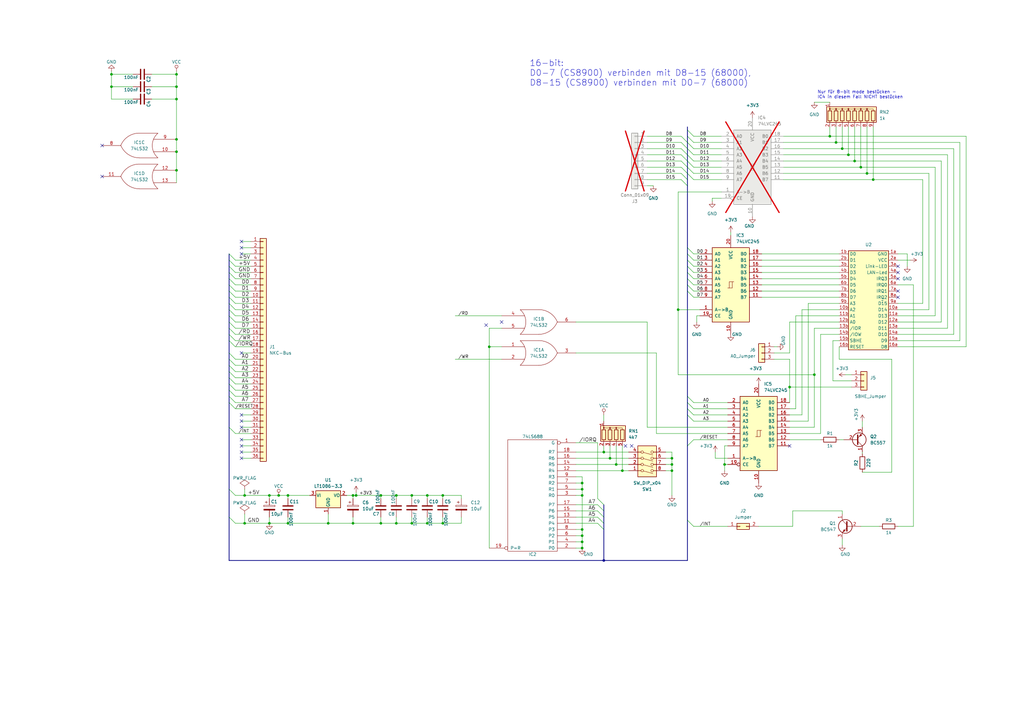
<source format=kicad_sch>
(kicad_sch (version 20230121) (generator eeschema)
  (paper "A3")
  (title_block (title "NKC Ethernet") (date "11.11.2023") (rev "1.1") (company "Andreas Voggeneder") (comment 1 "Ethernetkarte für Olimex CS8900 Modul"))
  (lib_symbols
    (symbol "74xx:74HC245" (pin_names (offset 1.016))
      (property "Reference" "U" (at -7.62 16.51 0))
      (property "Value" "74HC245" (at -7.62 -16.51 0))
      (symbol "74HC245_1_0"
        (pin input line (at -12.7 -10.16 0) (length 5.08) (name "A->B") (number "1"))
        (pin power_in line (at 0 -20.32 90) (length 5.08) (name "GND") (number "10"))
        (pin tri_state line (at 12.7 -5.08 180) (length 5.08) (name "B7") (number "11"))
        (pin tri_state line (at 12.7 -2.54 180) (length 5.08) (name "B6") (number "12"))
        (pin tri_state line (at 12.7 0 180) (length 5.08) (name "B5") (number "13"))
        (pin tri_state line (at 12.7 2.54 180) (length 5.08) (name "B4") (number "14"))
        (pin tri_state line (at 12.7 5.08 180) (length 5.08) (name "B3") (number "15"))
        (pin tri_state line (at 12.7 7.62 180) (length 5.08) (name "B2") (number "16"))
        (pin tri_state line (at 12.7 10.16 180) (length 5.08) (name "B1") (number "17"))
        (pin tri_state line (at 12.7 12.7 180) (length 5.08) (name "B0") (number "18"))
        (pin input inverted (at -12.7 -12.7 0) (length 5.08) (name "CE") (number "19"))
        (pin tri_state line (at -12.7 12.7 0) (length 5.08) (name "A0") (number "2"))
        (pin power_in line (at 0 20.32 270) (length 5.08) (name "VCC") (number "20"))
        (pin tri_state line (at -12.7 10.16 0) (length 5.08) (name "A1") (number "3"))
        (pin tri_state line (at -12.7 7.62 0) (length 5.08) (name "A2") (number "4"))
        (pin tri_state line (at -12.7 5.08 0) (length 5.08) (name "A3") (number "5"))
        (pin tri_state line (at -12.7 2.54 0) (length 5.08) (name "A4") (number "6"))
        (pin tri_state line (at -12.7 0 0) (length 5.08) (name "A5") (number "7"))
        (pin tri_state line (at -12.7 -2.54 0) (length 5.08) (name "A6") (number "8"))
        (pin tri_state line (at -12.7 -5.08 0) (length 5.08) (name "A7") (number "9"))
      )
    )
    (symbol "74xx:74LS245" (pin_names (offset 1.016))
      (property "Reference" "U" (at -7.62 16.51 0))
      (property "Value" "74LS245" (at -7.62 -16.51 0))
      (symbol "74LS245_1_0"
        (pin input line (at -12.7 -10.16 0) (length 5.08) (name "A->B") (number "1"))
        (pin power_in line (at 0 -20.32 90) (length 5.08) (name "GND") (number "10"))
        (pin tri_state line (at 12.7 -5.08 180) (length 5.08) (name "B7") (number "11"))
        (pin tri_state line (at 12.7 -2.54 180) (length 5.08) (name "B6") (number "12"))
        (pin tri_state line (at 12.7 0 180) (length 5.08) (name "B5") (number "13"))
        (pin tri_state line (at 12.7 2.54 180) (length 5.08) (name "B4") (number "14"))
        (pin tri_state line (at 12.7 5.08 180) (length 5.08) (name "B3") (number "15"))
        (pin tri_state line (at 12.7 7.62 180) (length 5.08) (name "B2") (number "16"))
        (pin tri_state line (at 12.7 10.16 180) (length 5.08) (name "B1") (number "17"))
        (pin tri_state line (at 12.7 12.7 180) (length 5.08) (name "B0") (number "18"))
        (pin input inverted (at -12.7 -12.7 0) (length 5.08) (name "CE") (number "19"))
        (pin tri_state line (at -12.7 12.7 0) (length 5.08) (name "A0") (number "2"))
        (pin power_in line (at 0 20.32 270) (length 5.08) (name "VCC") (number "20"))
        (pin tri_state line (at -12.7 10.16 0) (length 5.08) (name "A1") (number "3"))
        (pin tri_state line (at -12.7 7.62 0) (length 5.08) (name "A2") (number "4"))
        (pin tri_state line (at -12.7 5.08 0) (length 5.08) (name "A3") (number "5"))
        (pin tri_state line (at -12.7 2.54 0) (length 5.08) (name "A4") (number "6"))
        (pin tri_state line (at -12.7 0 0) (length 5.08) (name "A5") (number "7"))
        (pin tri_state line (at -12.7 -2.54 0) (length 5.08) (name "A6") (number "8"))
        (pin tri_state line (at -12.7 -5.08 0) (length 5.08) (name "A7") (number "9"))
      )
    )
    (symbol "Connector_Generic:Conn_01x03" (pin_names (offset 1.016) hide)
      (property "Reference" "J" (at 0 5.08 0))
      (property "Value" "Conn_01x03" (at 0 -5.08 0))
      (symbol "Conn_01x03_1_1"
        (pin passive line (at -5.08 2.54 0) (length 3.81) (name "Pin_1") (number "1"))
        (pin passive line (at -5.08 0 0) (length 3.81) (name "Pin_2") (number "2"))
        (pin passive line (at -5.08 -2.54 0) (length 3.81) (name "Pin_3") (number "3"))
      )
    )
    (symbol "Connector_Generic:Conn_01x09" (pin_names (offset 1.016) hide)
      (property "Reference" "J" (at 0 12.7 0))
      (property "Value" "Conn_01x09" (at 0 -12.7 0))
      (symbol "Conn_01x09_1_1"
        (pin passive line (at -5.08 10.16 0) (length 3.81) (name "Pin_1") (number "1"))
        (pin passive line (at -5.08 7.62 0) (length 3.81) (name "Pin_2") (number "2"))
        (pin passive line (at -5.08 5.08 0) (length 3.81) (name "Pin_3") (number "3"))
        (pin passive line (at -5.08 2.54 0) (length 3.81) (name "Pin_4") (number "4"))
        (pin passive line (at -5.08 0 0) (length 3.81) (name "Pin_5") (number "5"))
        (pin passive line (at -5.08 -2.54 0) (length 3.81) (name "Pin_6") (number "6"))
        (pin passive line (at -5.08 -5.08 0) (length 3.81) (name "Pin_7") (number "7"))
        (pin passive line (at -5.08 -7.62 0) (length 3.81) (name "Pin_8") (number "8"))
        (pin passive line (at -5.08 -10.16 0) (length 3.81) (name "Pin_9") (number "9"))
      )
    )
    (symbol "Connector_Generic:Conn_01x36" (pin_names (offset 1.016) hide)
      (property "Reference" "J" (at 0 45.72 0))
      (property "Value" "Conn_01x36" (at 0 -48.26 0))
      (symbol "Conn_01x36_1_1"
        (pin passive line (at -5.08 43.18 0) (length 3.81) (name "Pin_1") (number "1"))
        (pin passive line (at -5.08 20.32 0) (length 3.81) (name "Pin_10") (number "10"))
        (pin passive line (at -5.08 17.78 0) (length 3.81) (name "Pin_11") (number "11"))
        (pin passive line (at -5.08 15.24 0) (length 3.81) (name "Pin_12") (number "12"))
        (pin passive line (at -5.08 12.7 0) (length 3.81) (name "Pin_13") (number "13"))
        (pin passive line (at -5.08 10.16 0) (length 3.81) (name "Pin_14") (number "14"))
        (pin passive line (at -5.08 7.62 0) (length 3.81) (name "Pin_15") (number "15"))
        (pin passive line (at -5.08 5.08 0) (length 3.81) (name "Pin_16") (number "16"))
        (pin passive line (at -5.08 2.54 0) (length 3.81) (name "Pin_17") (number "17"))
        (pin passive line (at -5.08 0 0) (length 3.81) (name "Pin_18") (number "18"))
        (pin passive line (at -5.08 -2.54 0) (length 3.81) (name "Pin_19") (number "19"))
        (pin passive line (at -5.08 40.64 0) (length 3.81) (name "Pin_2") (number "2"))
        (pin passive line (at -5.08 -5.08 0) (length 3.81) (name "Pin_20") (number "20"))
        (pin passive line (at -5.08 -7.62 0) (length 3.81) (name "Pin_21") (number "21"))
        (pin passive line (at -5.08 -10.16 0) (length 3.81) (name "Pin_22") (number "22"))
        (pin passive line (at -5.08 -12.7 0) (length 3.81) (name "Pin_23") (number "23"))
        (pin passive line (at -5.08 -15.24 0) (length 3.81) (name "Pin_24") (number "24"))
        (pin passive line (at -5.08 -17.78 0) (length 3.81) (name "Pin_25") (number "25"))
        (pin passive line (at -5.08 -20.32 0) (length 3.81) (name "Pin_26") (number "26"))
        (pin passive line (at -5.08 -22.86 0) (length 3.81) (name "Pin_27") (number "27"))
        (pin passive line (at -5.08 -25.4 0) (length 3.81) (name "Pin_28") (number "28"))
        (pin passive line (at -5.08 -27.94 0) (length 3.81) (name "Pin_29") (number "29"))
        (pin passive line (at -5.08 38.1 0) (length 3.81) (name "Pin_3") (number "3"))
        (pin passive line (at -5.08 -30.48 0) (length 3.81) (name "Pin_30") (number "30"))
        (pin passive line (at -5.08 -33.02 0) (length 3.81) (name "Pin_31") (number "31"))
        (pin passive line (at -5.08 -35.56 0) (length 3.81) (name "Pin_32") (number "32"))
        (pin passive line (at -5.08 -38.1 0) (length 3.81) (name "Pin_33") (number "33"))
        (pin passive line (at -5.08 -40.64 0) (length 3.81) (name "Pin_34") (number "34"))
        (pin passive line (at -5.08 -43.18 0) (length 3.81) (name "Pin_35") (number "35"))
        (pin passive line (at -5.08 -45.72 0) (length 3.81) (name "Pin_36") (number "36"))
        (pin passive line (at -5.08 35.56 0) (length 3.81) (name "Pin_4") (number "4"))
        (pin passive line (at -5.08 33.02 0) (length 3.81) (name "Pin_5") (number "5"))
        (pin passive line (at -5.08 30.48 0) (length 3.81) (name "Pin_6") (number "6"))
        (pin passive line (at -5.08 27.94 0) (length 3.81) (name "Pin_7") (number "7"))
        (pin passive line (at -5.08 25.4 0) (length 3.81) (name "Pin_8") (number "8"))
        (pin passive line (at -5.08 22.86 0) (length 3.81) (name "Pin_9") (number "9"))
      )
    )
    (symbol "Connector_Generic:Conn_02x01" (pin_names (offset 1.016) hide)
      (property "Reference" "J" (at 1.27 2.54 0))
      (property "Value" "Conn_02x01" (at 1.27 -2.54 0))
      (symbol "Conn_02x01_1_1"
        (pin passive line (at -5.08 0 0) (length 3.81) (name "Pin_1") (number "1"))
        (pin passive line (at 7.62 0 180) (length 3.81) (name "Pin_2") (number "2"))
      )
    )
    (symbol "Device:C_Polarized" (pin_numbers hide) (pin_names (offset 0.254))
      (property "Reference" "C" (at 0.635 2.54 0))
      (property "Value" "C_Polarized" (at 0.635 -2.54 0))
      (symbol "C_Polarized_1_1"
        (pin passive line (at 0 3.81 270) (length 2.794) (name "~") (number "1"))
        (pin passive line (at 0 -3.81 90) (length 2.794) (name "~") (number "2"))
      )
    )
    (symbol "Device:R" (pin_numbers hide) (pin_names (offset 0))
      (property "Reference" "R" (at 2.032 0 90))
      (property "Value" "R" (at 0 0 90))
      (symbol "R_1_1"
        (pin passive line (at 0 3.81 270) (length 1.27) (name "~") (number "1"))
        (pin passive line (at 0 -3.81 90) (length 1.27) (name "~") (number "2"))
      )
    )
    (symbol "Device:R_Network04" (pin_names (offset 0) hide)
      (property "Reference" "RN" (at -7.62 0 90))
      (property "Value" "R_Network04" (at 5.08 0 90))
      (symbol "R_Network04_1_1"
        (pin passive line (at -5.08 5.08 270) (length 2.54) (name "common") (number "1"))
        (pin passive line (at -5.08 -5.08 90) (length 1.27) (name "R1") (number "2"))
        (pin passive line (at -2.54 -5.08 90) (length 1.27) (name "R2") (number "3"))
        (pin passive line (at 0 -5.08 90) (length 1.27) (name "R3") (number "4"))
        (pin passive line (at 2.54 -5.08 90) (length 1.27) (name "R4") (number "5"))
      )
    )
    (symbol "Device:R_Network08" (pin_names (offset 0) hide)
      (property "Reference" "RN" (at -12.7 0 90))
      (property "Value" "R_Network08" (at 10.16 0 90))
      (symbol "R_Network08_1_1"
        (pin passive line (at -10.16 5.08 270) (length 2.54) (name "common") (number "1"))
        (pin passive line (at -10.16 -5.08 90) (length 1.27) (name "R1") (number "2"))
        (pin passive line (at -7.62 -5.08 90) (length 1.27) (name "R2") (number "3"))
        (pin passive line (at -5.08 -5.08 90) (length 1.27) (name "R3") (number "4"))
        (pin passive line (at -2.54 -5.08 90) (length 1.27) (name "R4") (number "5"))
        (pin passive line (at 0 -5.08 90) (length 1.27) (name "R5") (number "6"))
        (pin passive line (at 2.54 -5.08 90) (length 1.27) (name "R6") (number "7"))
        (pin passive line (at 5.08 -5.08 90) (length 1.27) (name "R7") (number "8"))
        (pin passive line (at 7.62 -5.08 90) (length 1.27) (name "R8") (number "9"))
      )
    )
    (symbol "Regulator_Linear:LT1086-3.3" (pin_names (offset 0.254))
      (property "Reference" "U" (at -3.81 3.175 0))
      (property "Value" "LT1086-3.3" (at 0 3.175 0))
      (symbol "LT1086-3.3_1_1"
        (pin power_in line (at 0 -7.62 90) (length 2.54) (name "GND") (number "1"))
        (pin power_out line (at 7.62 0 180) (length 2.54) (name "VO") (number "2"))
        (pin power_in line (at -7.62 0 0) (length 2.54) (name "VI") (number "3"))
      )
    )
    (symbol "Switch:SW_DIP_x04" (pin_names (offset 0) hide)
      (property "Reference" "SW" (at 0 8.89 0))
      (property "Value" "SW_DIP_x04" (at 0 -6.35 0))
      (symbol "SW_DIP_x04_1_1"
        (pin passive line (at -7.62 5.08 0) (length 5.08) (name "~") (number "1"))
        (pin passive line (at -7.62 2.54 0) (length 5.08) (name "~") (number "2"))
        (pin passive line (at -7.62 0 0) (length 5.08) (name "~") (number "3"))
        (pin passive line (at -7.62 -2.54 0) (length 5.08) (name "~") (number "4"))
        (pin passive line (at 7.62 -2.54 180) (length 5.08) (name "~") (number "5"))
        (pin passive line (at 7.62 0 180) (length 5.08) (name "~") (number "6"))
        (pin passive line (at 7.62 2.54 180) (length 5.08) (name "~") (number "7"))
        (pin passive line (at 7.62 5.08 180) (length 5.08) (name "~") (number "8"))
      )
    )
    (symbol "Transistor_BJT:BC547" (pin_names (offset 0) hide)
      (property "Reference" "Q" (at 5.08 1.905 0))
      (property "Value" "BC547" (at 5.08 0 0))
      (symbol "BC547_1_1"
        (pin passive line (at 2.54 5.08 270) (length 2.54) (name "C") (number "1"))
        (pin input line (at -5.08 0 0) (length 5.08) (name "B") (number "2"))
        (pin passive line (at 2.54 -5.08 90) (length 2.54) (name "E") (number "3"))
      )
    )
    (symbol "Transistor_BJT:BC557" (pin_names (offset 0) hide)
      (property "Reference" "Q" (at 5.08 1.905 0))
      (property "Value" "BC557" (at 5.08 0 0))
      (symbol "BC557_1_1"
        (pin passive line (at 2.54 5.08 270) (length 2.54) (name "C") (number "1"))
        (pin input line (at -5.08 0 0) (length 5.715) (name "B") (number "2"))
        (pin passive line (at 2.54 -5.08 90) (length 2.54) (name "E") (number "3"))
      )
    )
    (symbol "ioe_enh-rescue:74LS32" (pin_names (offset 0.762))
      (property "Reference" "U" (at 0 1.27 0))
      (property "Value" "74LS32" (at 0 -1.27 0))
      (symbol "74LS32_0_0"
        (pin power_in line (at -5.08 5.08 90) (length 0) hide (name "VCC") (number "14"))
        (pin power_in line (at -5.08 -5.08 90) (length 0) hide (name "GND") (number "7"))
      )
      (symbol "74LS32_1_1"
        (pin input line (at -15.24 2.54 0) (length 9.398) (name "~") (number "1"))
        (pin input line (at -15.24 -2.54 0) (length 9.398) (name "~") (number "2"))
        (pin output line (at 15.24 0 180) (length 7.62) (name "~") (number "3"))
      )
      (symbol "74LS32_1_2"
        (pin input inverted (at -15.24 2.54 0) (length 7.62) (name "~") (number "1"))
        (pin input inverted (at -15.24 -2.54 0) (length 7.62) (name "~") (number "2"))
        (pin output inverted (at 15.24 0 180) (length 7.62) (name "~") (number "3"))
      )
      (symbol "74LS32_2_1"
        (pin input line (at -15.24 2.54 0) (length 9.398) (name "~") (number "4"))
        (pin input line (at -15.24 -2.54 0) (length 9.398) (name "~") (number "5"))
        (pin output line (at 15.24 0 180) (length 7.62) (name "~") (number "6"))
      )
      (symbol "74LS32_2_2"
        (pin input inverted (at -15.24 2.54 0) (length 7.62) (name "~") (number "4"))
        (pin input inverted (at -15.24 -2.54 0) (length 7.62) (name "~") (number "5"))
        (pin output inverted (at 15.24 0 180) (length 7.62) (name "~") (number "6"))
      )
      (symbol "74LS32_3_1"
        (pin input line (at -15.24 -2.54 0) (length 9.398) (name "~") (number "10"))
        (pin output line (at 15.24 0 180) (length 7.62) (name "~") (number "8"))
        (pin input line (at -15.24 2.54 0) (length 9.398) (name "~") (number "9"))
      )
      (symbol "74LS32_3_2"
        (pin input inverted (at -15.24 -2.54 0) (length 7.62) (name "~") (number "10"))
        (pin output inverted (at 15.24 0 180) (length 7.62) (name "~") (number "8"))
        (pin input inverted (at -15.24 2.54 0) (length 7.62) (name "~") (number "9"))
      )
      (symbol "74LS32_4_1"
        (pin output line (at 15.24 0 180) (length 7.62) (name "~") (number "11"))
        (pin input line (at -15.24 2.54 0) (length 9.398) (name "~") (number "12"))
        (pin input line (at -15.24 -2.54 0) (length 9.398) (name "~") (number "13"))
      )
      (symbol "74LS32_4_2"
        (pin output inverted (at 15.24 0 180) (length 7.62) (name "~") (number "11"))
        (pin input inverted (at -15.24 2.54 0) (length 7.62) (name "~") (number "12"))
        (pin input inverted (at -15.24 -2.54 0) (length 7.62) (name "~") (number "13"))
      )
    )
    (symbol "ioe_enh-rescue:74LS688" (pin_names (offset 1.016))
      (property "Reference" "U" (at 0 24.13 0))
      (property "Value" "74LS688" (at 0 -24.13 0))
      (symbol "74LS688_0_0"
        (pin power_in line (at -7.62 -22.86 0) (length 0) hide (name "GND") (number "10"))
        (pin power_in line (at -7.62 22.86 0) (length 0) hide (name "VCC") (number "20"))
      )
      (symbol "74LS688_1_1"
        (pin input inverted (at -17.78 -21.59 0) (length 7.62) (name "G") (number "1"))
        (pin input line (at -17.78 11.43 0) (length 7.62) (name "P4") (number "11"))
        (pin input line (at -17.78 -10.16 0) (length 7.62) (name "R4") (number "12"))
        (pin input line (at -17.78 8.89 0) (length 7.62) (name "P5") (number "13"))
        (pin input line (at -17.78 -12.7 0) (length 7.62) (name "R5") (number "14"))
        (pin input line (at -17.78 6.35 0) (length 7.62) (name "P6") (number "15"))
        (pin input line (at -17.78 -15.24 0) (length 7.62) (name "R6") (number "16"))
        (pin input line (at -17.78 3.81 0) (length 7.62) (name "P7") (number "17"))
        (pin input line (at -17.78 -17.78 0) (length 7.62) (name "R7") (number "18"))
        (pin output inverted (at 17.78 21.59 180) (length 7.62) (name "P=R") (number "19"))
        (pin input line (at -17.78 21.59 0) (length 7.62) (name "P0") (number "2"))
        (pin input line (at -17.78 0 0) (length 7.62) (name "R0") (number "3"))
        (pin input line (at -17.78 19.05 0) (length 7.62) (name "P1") (number "4"))
        (pin input line (at -17.78 -2.54 0) (length 7.62) (name "R1") (number "5"))
        (pin input line (at -17.78 16.51 0) (length 7.62) (name "P2") (number "6"))
        (pin input line (at -17.78 -5.08 0) (length 7.62) (name "R2") (number "7"))
        (pin input line (at -17.78 13.97 0) (length 7.62) (name "P3") (number "8"))
        (pin input line (at -17.78 -7.62 0) (length 7.62) (name "R3") (number "9"))
      )
    )
    (symbol "ioe_enh-rescue:C" (pin_numbers hide) (pin_names (offset 0.254))
      (property "Reference" "C" (at 0.635 2.54 0))
      (property "Value" "C" (at 0.635 -2.54 0))
      (symbol "C_1_1"
        (pin passive line (at 0 3.81 270) (length 2.794) (name "~") (number "1"))
        (pin passive line (at 0 -3.81 90) (length 2.794) (name "~") (number "2"))
      )
    )
    (symbol "ioe_enh-rescue:CP" (pin_numbers hide) (pin_names (offset 0.254))
      (property "Reference" "C" (at 0.635 2.54 0))
      (property "Value" "CP" (at 0.635 -2.54 0))
      (symbol "CP_1_1"
        (pin passive line (at 0 3.81 270) (length 2.794) (name "~") (number "1"))
        (pin passive line (at 0 -3.81 90) (length 2.794) (name "~") (number "2"))
      )
    )
    (symbol "ioe_enh-rescue:GND" (power) (pin_names (offset 0))
      (property "Value" "GND" (at 0 -3.81 0))
      (symbol "GND_1_1"
        (pin power_in line (at 0 0 270) (length 0) hide (name "GND") (number "1"))
      )
    )
    (symbol "ioe_enh-rescue:PWR_FLAG" (power) (pin_numbers hide) (pin_names (offset 0) hide)
      (property "Value" "PWR_FLAG" (at 0 4.572 0))
      (symbol "PWR_FLAG_0_0"
        (pin power_out line (at 0 0 90) (length 0) (name "pwr") (number "1"))
      )
    )
    (symbol "ioe_enh-rescue:VCC" (power) (pin_names (offset 0))
      (property "Value" "VCC" (at 0 3.81 0))
      (symbol "VCC_1_1"
        (pin power_in line (at 0 0 90) (length 0) hide (name "VCC") (number "1"))
      )
    )
    (symbol "mylib:Olimex CS8900A-H"
      (property "Reference" "U" (at 0 21.59 0))
      (symbol "Olimex CS8900A-H_1_1"
        (pin bidirectional line (at -6.35 -3.81 0) (length 3.81) (name "D14") (number "10a"))
        (pin input line (at 17.78 -3.81 180) (length 3.81) (name "A2") (number "10b"))
        (pin bidirectional line (at -6.35 -6.35 0) (length 3.81) (name "D13") (number "11a"))
        (pin input line (at 17.78 -6.35 180) (length 3.81) (name "A1") (number "11b"))
        (pin bidirectional line (at -6.35 -8.89 0) (length 3.81) (name "D12") (number "12a"))
        (pin input line (at 17.78 -8.89 180) (length 3.81) (name "A0") (number "12b"))
        (pin bidirectional line (at -6.35 -11.43 0) (length 3.81) (name "D11") (number "13a"))
        (pin input line (at 17.78 -11.43 180) (length 3.81) (name "/IOR") (number "13b"))
        (pin bidirectional line (at -6.35 -13.97 0) (length 3.81) (name "D10") (number "14a"))
        (pin input line (at 17.78 -13.97 180) (length 3.81) (name "/IOW") (number "14b"))
        (pin bidirectional line (at -6.35 -16.51 0) (length 3.81) (name "D9") (number "15a"))
        (pin input line (at 17.78 -16.51 180) (length 3.81) (name "SBHE") (number "15b"))
        (pin bidirectional line (at -6.35 -19.05 0) (length 3.81) (name "D8") (number "16a"))
        (pin input line (at 17.78 -19.05 180) (length 3.81) (name "RESET") (number "16b"))
        (pin power_in line (at -6.35 19.05 0) (length 3.81) (name "GND") (number "1a"))
        (pin bidirectional line (at 17.78 19.05 180) (length 3.81) (name "D0") (number "1b"))
        (pin power_in line (at -6.35 16.51 0) (length 3.81) (name "VCC") (number "2a"))
        (pin bidirectional line (at 17.78 16.51 180) (length 3.81) (name "D1") (number "2b"))
        (pin open_collector line (at -6.35 13.97 0) (length 3.81) (name "Link-LED") (number "3a"))
        (pin bidirectional line (at 17.78 13.97 180) (length 3.81) (name "D2") (number "3b"))
        (pin open_collector line (at -6.35 11.43 0) (length 3.81) (name "LAN-Led") (number "4a"))
        (pin bidirectional line (at 17.78 11.43 180) (length 3.81) (name "D3") (number "4b"))
        (pin output line (at -6.35 8.89 0) (length 3.81) (name "IRQ3") (number "5a"))
        (pin bidirectional line (at 17.78 8.89 180) (length 3.81) (name "D4") (number "5b"))
        (pin output line (at -6.35 6.35 0) (length 3.81) (name "IRQ0") (number "6a"))
        (pin bidirectional line (at 17.78 6.35 180) (length 3.81) (name "D5") (number "6b"))
        (pin output line (at -6.35 3.81 0) (length 3.81) (name "IRQ1") (number "7a"))
        (pin bidirectional line (at 17.78 3.81 180) (length 3.81) (name "D6") (number "7b"))
        (pin output line (at -6.35 1.27 0) (length 3.81) (name "IRQ2") (number "8a"))
        (pin bidirectional line (at 17.78 1.27 180) (length 3.81) (name "D7") (number "8b"))
        (pin bidirectional line (at -6.35 -1.27 0) (length 3.81) (name "D15") (number "9a"))
        (pin input line (at 17.78 -1.27 180) (length 3.81) (name "A3") (number "9b"))
      )
    )
    (symbol "power:+3V3" (power) (pin_names (offset 0))
      (property "Value" "+3V3" (at 0 3.556 0))
      (symbol "+3V3_1_1"
        (pin power_in line (at 0 0 90) (length 0) hide (name "+3V3") (number "1"))
      )
    )
    (symbol "power:GND" (power) (pin_names (offset 0))
      (property "Value" "GND" (at 0 -3.81 0))
      (symbol "GND_1_1"
        (pin power_in line (at 0 0 270) (length 0) hide (name "GND") (number "1"))
      )
    )
  )
  (junction (at 238.76 203.2))
  (junction (at 134.62 214.63))
  (junction (at 238.76 200.66))
  (junction (at 118.11 214.63))
  (junction (at 255.27 193.04))
  (junction (at 334.01 153.67))
  (junction (at 156.21 203.2))
  (junction (at 238.76 198.12))
  (junction (at 45.72 30.48))
  (junction (at 72.39 35.56))
  (junction (at 247.65 185.42))
  (junction (at 146.05 203.2))
  (junction (at 162.56 214.63))
  (junction (at 181.61 203.2))
  (junction (at 72.39 40.64))
  (junction (at 110.49 214.63))
  (junction (at 72.39 69.85))
  (junction (at 247.65 229.87))
  (junction (at 144.78 214.63))
  (junction (at 72.39 62.23))
  (junction (at 162.56 203.2))
  (junction (at 342.9 58.42))
  (junction (at 72.39 30.48))
  (junction (at 323.85 158.75))
  (junction (at 181.61 214.63))
  (junction (at 252.73 190.5))
  (junction (at 114.3 203.2))
  (junction (at 340.36 55.88))
  (junction (at 297.18 190.5))
  (junction (at 278.13 127))
  (junction (at 238.76 222.25))
  (junction (at 275.59 187.96))
  (junction (at 353.06 68.58))
  (junction (at 345.44 60.96))
  (junction (at 355.6 71.12))
  (junction (at 144.78 203.2))
  (junction (at 175.26 203.2))
  (junction (at 250.19 187.96))
  (junction (at 347.98 63.5))
  (junction (at 350.52 66.04))
  (junction (at 100.33 214.63))
  (junction (at 238.76 219.71))
  (junction (at 110.49 203.2))
  (junction (at 100.33 203.2))
  (junction (at 168.91 214.63))
  (junction (at 168.91 203.2))
  (junction (at 118.11 203.2))
  (junction (at 275.59 190.5))
  (junction (at 358.14 73.66))
  (junction (at 72.39 57.15))
  (junction (at 200.66 142.24))
  (junction (at 45.72 35.56))
  (junction (at 156.21 214.63))
  (junction (at 238.76 217.17))
  (junction (at 175.26 214.63))
  (junction (at 275.59 193.04))
  (junction (at 238.76 224.79))
  (no_connect (at 41.91 72.39))
  (no_connect (at 323.85 182.88))
  (no_connect (at 368.3 114.3))
  (no_connect (at 99.06 187.96))
  (no_connect (at 205.74 132.08))
  (no_connect (at 99.06 175.26))
  (no_connect (at 256.54 182.88))
  (no_connect (at 368.3 119.38))
  (no_connect (at 368.3 121.92))
  (no_connect (at 99.06 185.42))
  (no_connect (at 99.06 172.72))
  (no_connect (at 259.08 182.88))
  (no_connect (at 368.3 111.76))
  (no_connect (at 99.06 180.34))
  (no_connect (at 368.3 109.22))
  (no_connect (at 41.91 59.69))
  (no_connect (at 99.06 182.88))
  (no_connect (at 99.06 99.06))
  (no_connect (at 199.39 133.35))
  (no_connect (at 99.06 104.14))
  (no_connect (at 99.06 170.18))
  (no_connect (at 99.06 144.78))
  (no_connect (at 99.06 101.6))
  (bus_entry (at 281.94 170.18) (size 2.54 2.54))
  (bus_entry (at 281.94 58.42) (size 2.54 2.54))
  (bus_entry (at 93.98 104.14) (size 2.54 2.54))
  (bus_entry (at 279.4 66.04) (size 2.54 2.54))
  (bus_entry (at 281.94 60.96) (size 2.54 2.54))
  (bus_entry (at 245.11 212.09) (size 2.54 2.54))
  (bus_entry (at 281.94 101.6) (size 2.54 2.54))
  (bus_entry (at 93.98 124.46) (size 2.54 2.54))
  (bus_entry (at 93.98 121.92) (size 2.54 2.54))
  (bus_entry (at 93.98 147.32) (size 2.54 2.54))
  (bus_entry (at 279.4 71.12) (size 2.54 2.54))
  (bus_entry (at 93.98 154.94) (size 2.54 2.54))
  (bus_entry (at 93.98 106.68) (size 2.54 2.54))
  (bus_entry (at 93.98 200.66) (size 2.54 2.54))
  (bus_entry (at 93.98 149.86) (size 2.54 2.54))
  (bus_entry (at 93.98 127) (size 2.54 2.54))
  (bus_entry (at 281.94 106.68) (size 2.54 2.54))
  (bus_entry (at 93.98 134.62) (size 2.54 2.54))
  (bus_entry (at 245.11 207.01) (size 2.54 2.54))
  (bus_entry (at 93.98 137.16) (size 2.54 2.54))
  (bus_entry (at 281.94 182.88) (size 2.54 -2.54))
  (bus_entry (at 281.94 104.14) (size 2.54 2.54))
  (bus_entry (at 281.94 162.56) (size 2.54 2.54))
  (bus_entry (at 93.98 165.1) (size 2.54 2.54))
  (bus_entry (at 279.4 58.42) (size 2.54 2.54))
  (bus_entry (at 281.94 167.64) (size 2.54 2.54))
  (bus_entry (at 93.98 132.08) (size 2.54 2.54))
  (bus_entry (at 281.94 68.58) (size 2.54 2.54))
  (bus_entry (at 93.98 139.7) (size 2.54 2.54))
  (bus_entry (at 279.4 60.96) (size 2.54 2.54))
  (bus_entry (at 93.98 212.09) (size 2.54 2.54))
  (bus_entry (at 93.98 109.22) (size 2.54 2.54))
  (bus_entry (at 93.98 162.56) (size 2.54 2.54))
  (bus_entry (at 93.98 116.84) (size 2.54 2.54))
  (bus_entry (at 281.94 109.22) (size 2.54 2.54))
  (bus_entry (at 281.94 165.1) (size 2.54 2.54))
  (bus_entry (at 281.94 114.3) (size 2.54 2.54))
  (bus_entry (at 281.94 55.88) (size 2.54 2.54))
  (bus_entry (at 279.4 63.5) (size 2.54 2.54))
  (bus_entry (at 93.98 152.4) (size 2.54 2.54))
  (bus_entry (at 279.4 73.66) (size 2.54 2.54))
  (bus_entry (at 93.98 129.54) (size 2.54 2.54))
  (bus_entry (at 93.98 157.48) (size 2.54 2.54))
  (bus_entry (at 93.98 119.38) (size 2.54 2.54))
  (bus_entry (at 281.94 53.34) (size 2.54 2.54))
  (bus_entry (at 93.98 111.76) (size 2.54 2.54))
  (bus_entry (at 245.11 214.63) (size 2.54 2.54))
  (bus_entry (at 93.98 114.3) (size 2.54 2.54))
  (bus_entry (at 279.4 68.58) (size 2.54 2.54))
  (bus_entry (at 245.11 204.47) (size 2.54 2.54))
  (bus_entry (at 281.94 63.5) (size 2.54 2.54))
  (bus_entry (at 245.11 209.55) (size 2.54 2.54))
  (bus_entry (at 281.94 116.84) (size 2.54 2.54))
  (bus_entry (at 93.98 144.78) (size 2.54 2.54))
  (bus_entry (at 281.94 213.36) (size 2.54 2.54))
  (bus_entry (at 93.98 175.26) (size 2.54 2.54))
  (bus_entry (at 281.94 111.76) (size 2.54 2.54))
  (bus_entry (at 281.94 66.04) (size 2.54 2.54))
  (bus_entry (at 93.98 160.02) (size 2.54 2.54))
  (bus_entry (at 281.94 119.38) (size 2.54 2.54))
  (bus_entry (at 281.94 71.12) (size 2.54 2.54))
  (bus_entry (at 279.4 55.88) (size 2.54 2.54))
  (bus (pts (xy 93.98 149.86) (xy 93.98 152.4)))
  (wire (pts (xy 345.44 209.55) (xy 345.44 210.82)))
  (wire (pts (xy 175.26 203.2) (xy 175.26 204.47)))
  (wire (pts (xy 284.48 165.1) (xy 298.45 165.1)))
  (wire (pts (xy 102.87 129.54) (xy 96.52 129.54)))
  (wire (pts (xy 273.05 185.42) (xy 275.59 185.42)))
  (wire (pts (xy 347.98 63.5) (xy 321.31 63.5)))
  (wire (pts (xy 340.36 52.07) (xy 340.36 55.88)))
  (wire (pts (xy 99.06 182.88) (xy 102.87 182.88)))
  (wire (pts (xy 284.48 170.18) (xy 298.45 170.18)))
  (wire (pts (xy 355.6 52.07) (xy 355.6 71.12)))
  (wire (pts (xy 236.22 214.63) (xy 245.11 214.63)))
  (bus (pts (xy 247.65 214.63) (xy 247.65 217.17)))
  (wire (pts (xy 156.21 214.63) (xy 144.78 214.63)))
  (wire (pts (xy 110.49 203.2) (xy 114.3 203.2)))
  (wire (pts (xy 118.11 212.09) (xy 118.11 214.63)))
  (wire (pts (xy 102.87 160.02) (xy 96.52 160.02)))
  (wire (pts (xy 238.76 198.12) (xy 238.76 200.66)))
  (wire (pts (xy 284.48 60.96) (xy 295.91 60.96)))
  (wire (pts (xy 102.87 119.38) (xy 96.52 119.38)))
  (wire (pts (xy 326.39 167.64) (xy 323.85 167.64)))
  (wire (pts (xy 102.87 111.76) (xy 96.52 111.76)))
  (wire (pts (xy 175.26 214.63) (xy 175.26 212.09)))
  (wire (pts (xy 99.06 144.78) (xy 102.87 144.78)))
  (wire (pts (xy 342.9 58.42) (xy 321.31 58.42)))
  (wire (pts (xy 181.61 214.63) (xy 189.23 214.63)))
  (wire (pts (xy 323.85 147.32) (xy 317.5 147.32)))
  (wire (pts (xy 236.22 198.12) (xy 238.76 198.12)))
  (wire (pts (xy 325.12 209.55) (xy 325.12 215.9)))
  (wire (pts (xy 284.48 167.64) (xy 298.45 167.64)))
  (wire (pts (xy 99.06 104.14) (xy 102.87 104.14)))
  (wire (pts (xy 321.31 60.96) (xy 345.44 60.96)))
  (bus (pts (xy 281.94 60.96) (xy 281.94 63.5)))
  (wire (pts (xy 144.78 203.2) (xy 144.78 204.47)))
  (wire (pts (xy 374.65 116.84) (xy 368.3 116.84)))
  (wire (pts (xy 368.3 129.54) (xy 383.54 129.54)))
  (wire (pts (xy 381 71.12) (xy 381 127)))
  (wire (pts (xy 181.61 214.63) (xy 181.61 212.09)))
  (wire (pts (xy 269.24 177.8) (xy 298.45 177.8)))
  (wire (pts (xy 317.5 142.24) (xy 318.77 142.24)))
  (wire (pts (xy 345.44 209.55) (xy 325.12 209.55)))
  (wire (pts (xy 321.31 71.12) (xy 355.6 71.12)))
  (bus (pts (xy 281.94 55.88) (xy 281.94 58.42)))
  (wire (pts (xy 323.85 165.1) (xy 323.85 158.75)))
  (wire (pts (xy 284.48 172.72) (xy 298.45 172.72)))
  (wire (pts (xy 344.17 180.34) (xy 346.075 180.34)))
  (wire (pts (xy 102.87 121.92) (xy 96.52 121.92)))
  (wire (pts (xy 186.69 129.54) (xy 205.74 129.54)))
  (wire (pts (xy 110.49 212.09) (xy 110.49 214.63)))
  (wire (pts (xy 96.52 154.94) (xy 102.87 154.94)))
  (wire (pts (xy 102.87 137.16) (xy 96.52 137.16)))
  (wire (pts (xy 96.52 152.4) (xy 102.87 152.4)))
  (wire (pts (xy 284.48 55.88) (xy 295.91 55.88)))
  (wire (pts (xy 250.19 187.96) (xy 257.81 187.96)))
  (wire (pts (xy 336.55 137.16) (xy 336.55 177.8)))
  (wire (pts (xy 62.23 30.48) (xy 72.39 30.48)))
  (wire (pts (xy 328.93 127) (xy 328.93 170.18)))
  (wire (pts (xy 265.43 73.66) (xy 279.4 73.66)))
  (wire (pts (xy 265.43 71.12) (xy 279.4 71.12)))
  (wire (pts (xy 236.22 187.96) (xy 250.19 187.96)))
  (wire (pts (xy 146.05 203.2) (xy 156.21 203.2)))
  (wire (pts (xy 156.21 212.09) (xy 156.21 214.63)))
  (bus (pts (xy 93.98 200.66) (xy 93.98 212.09)))
  (wire (pts (xy 341.63 156.21) (xy 349.25 156.21)))
  (wire (pts (xy 265.43 55.88) (xy 279.4 55.88)))
  (wire (pts (xy 102.87 114.3) (xy 96.52 114.3)))
  (wire (pts (xy 323.85 158.75) (xy 323.85 147.32)))
  (wire (pts (xy 102.87 124.46) (xy 96.52 124.46)))
  (wire (pts (xy 252.73 190.5) (xy 257.81 190.5)))
  (wire (pts (xy 236.22 190.5) (xy 252.73 190.5)))
  (wire (pts (xy 238.76 224.79) (xy 238.76 222.25)))
  (wire (pts (xy 346.71 153.67) (xy 349.25 153.67)))
  (wire (pts (xy 295.91 78.74) (xy 278.13 78.74)))
  (bus (pts (xy 93.98 109.22) (xy 93.98 111.76)))
  (wire (pts (xy 311.15 215.9) (xy 325.12 215.9)))
  (wire (pts (xy 331.47 172.72) (xy 323.85 172.72)))
  (wire (pts (xy 162.56 203.2) (xy 162.56 204.47)))
  (wire (pts (xy 96.52 177.8) (xy 102.87 177.8)))
  (wire (pts (xy 238.76 219.71) (xy 238.76 217.17)))
  (wire (pts (xy 236.22 219.71) (xy 238.76 219.71)))
  (wire (pts (xy 99.06 172.72) (xy 102.87 172.72)))
  (wire (pts (xy 265.43 66.04) (xy 279.4 66.04)))
  (bus (pts (xy 93.98 119.38) (xy 93.98 121.92)))
  (wire (pts (xy 96.52 214.63) (xy 100.33 214.63)))
  (wire (pts (xy 287.02 129.54) (xy 285.75 129.54)))
  (wire (pts (xy 336.55 177.8) (xy 323.85 177.8)))
  (wire (pts (xy 344.17 124.46) (xy 331.47 124.46)))
  (wire (pts (xy 265.43 132.08) (xy 236.22 132.08)))
  (wire (pts (xy 353.695 172.72) (xy 353.695 175.26)))
  (wire (pts (xy 353.695 185.42) (xy 353.695 186.055)))
  (bus (pts (xy 281.94 119.38) (xy 281.94 162.56)))
  (bus (pts (xy 281.94 213.36) (xy 281.94 229.87)))
  (wire (pts (xy 245.11 181.61) (xy 245.11 204.47)))
  (bus (pts (xy 281.94 71.12) (xy 281.94 73.66)))
  (wire (pts (xy 247.65 185.42) (xy 257.81 185.42)))
  (bus (pts (xy 281.94 182.88) (xy 281.94 213.36)))
  (wire (pts (xy 45.72 30.48) (xy 45.72 35.56)))
  (wire (pts (xy 383.54 129.54) (xy 383.54 68.58)))
  (wire (pts (xy 396.24 142.24) (xy 396.24 55.88)))
  (wire (pts (xy 142.24 203.2) (xy 144.78 203.2)))
  (bus (pts (xy 93.98 134.62) (xy 93.98 137.16)))
  (wire (pts (xy 368.3 142.24) (xy 396.24 142.24)))
  (wire (pts (xy 144.78 212.09) (xy 144.78 214.63)))
  (wire (pts (xy 114.3 203.2) (xy 118.11 203.2)))
  (bus (pts (xy 93.98 144.78) (xy 93.98 147.32)))
  (wire (pts (xy 102.87 147.32) (xy 96.52 147.32)))
  (wire (pts (xy 285.75 129.54) (xy 285.75 132.08)))
  (wire (pts (xy 326.39 129.54) (xy 326.39 167.64)))
  (wire (pts (xy 328.93 170.18) (xy 323.85 170.18)))
  (wire (pts (xy 238.76 222.25) (xy 238.76 219.71)))
  (wire (pts (xy 312.42 121.92) (xy 344.17 121.92)))
  (wire (pts (xy 341.63 139.7) (xy 344.17 139.7)))
  (wire (pts (xy 284.48 109.22) (xy 287.02 109.22)))
  (bus (pts (xy 247.65 207.01) (xy 247.65 209.55)))
  (wire (pts (xy 168.91 203.2) (xy 168.91 204.47)))
  (wire (pts (xy 378.46 124.46) (xy 368.3 124.46)))
  (wire (pts (xy 265.43 58.42) (xy 279.4 58.42)))
  (wire (pts (xy 255.27 182.88) (xy 255.27 193.04)))
  (wire (pts (xy 100.33 210.82) (xy 100.33 214.63)))
  (bus (pts (xy 281.94 66.04) (xy 281.94 68.58)))
  (wire (pts (xy 341.63 156.21) (xy 341.63 139.7)))
  (bus (pts (xy 281.94 109.22) (xy 281.94 106.68)))
  (wire (pts (xy 200.66 142.24) (xy 205.74 142.24)))
  (wire (pts (xy 118.11 203.2) (xy 118.11 204.47)))
  (wire (pts (xy 100.33 203.2) (xy 110.49 203.2)))
  (wire (pts (xy 393.7 58.42) (xy 342.9 58.42)))
  (wire (pts (xy 297.18 190.5) (xy 297.18 193.04)))
  (wire (pts (xy 284.48 63.5) (xy 295.91 63.5)))
  (wire (pts (xy 102.87 165.1) (xy 96.52 165.1)))
  (bus (pts (xy 281.94 104.14) (xy 281.94 106.68)))
  (wire (pts (xy 265.43 60.96) (xy 279.4 60.96)))
  (bus (pts (xy 93.98 132.08) (xy 93.98 134.62)))
  (wire (pts (xy 312.42 116.84) (xy 344.17 116.84)))
  (bus (pts (xy 93.98 106.68) (xy 93.98 109.22)))
  (wire (pts (xy 353.06 52.07) (xy 353.06 68.58)))
  (wire (pts (xy 284.48 71.12) (xy 295.91 71.12)))
  (wire (pts (xy 45.72 40.64) (xy 54.61 40.64)))
  (wire (pts (xy 100.33 214.63) (xy 110.49 214.63)))
  (wire (pts (xy 62.23 35.56) (xy 72.39 35.56)))
  (wire (pts (xy 386.08 132.08) (xy 368.3 132.08)))
  (wire (pts (xy 186.69 147.32) (xy 205.74 147.32)))
  (bus (pts (xy 281.94 68.58) (xy 281.94 71.12)))
  (wire (pts (xy 162.56 203.2) (xy 168.91 203.2)))
  (bus (pts (xy 93.98 152.4) (xy 93.98 154.94)))
  (wire (pts (xy 293.37 185.42) (xy 293.37 187.96)))
  (wire (pts (xy 284.48 116.84) (xy 287.02 116.84)))
  (bus (pts (xy 281.94 165.1) (xy 281.94 167.64)))
  (wire (pts (xy 293.37 187.96) (xy 298.45 187.96)))
  (wire (pts (xy 168.91 203.2) (xy 175.26 203.2)))
  (wire (pts (xy 236.22 195.58) (xy 238.76 195.58)))
  (wire (pts (xy 275.59 185.42) (xy 275.59 187.96)))
  (bus (pts (xy 93.98 157.48) (xy 93.98 160.02)))
  (wire (pts (xy 265.43 68.58) (xy 279.4 68.58)))
  (wire (pts (xy 284.48 180.34) (xy 298.45 180.34)))
  (wire (pts (xy 102.87 116.84) (xy 96.52 116.84)))
  (wire (pts (xy 391.16 60.96) (xy 391.16 137.16)))
  (wire (pts (xy 236.22 203.2) (xy 238.76 203.2)))
  (wire (pts (xy 323.85 180.34) (xy 336.55 180.34)))
  (wire (pts (xy 236.22 200.66) (xy 238.76 200.66)))
  (wire (pts (xy 156.21 214.63) (xy 162.56 214.63)))
  (wire (pts (xy 383.54 68.58) (xy 353.06 68.58)))
  (wire (pts (xy 298.45 182.88) (xy 297.18 182.88)))
  (bus (pts (xy 93.98 162.56) (xy 93.98 165.1)))
  (wire (pts (xy 96.52 167.64) (xy 102.87 167.64)))
  (wire (pts (xy 118.11 214.63) (xy 134.62 214.63)))
  (wire (pts (xy 345.44 60.96) (xy 391.16 60.96)))
  (wire (pts (xy 269.24 144.78) (xy 236.22 144.78)))
  (wire (pts (xy 181.61 203.2) (xy 189.23 203.2)))
  (wire (pts (xy 99.06 175.26) (xy 102.87 175.26)))
  (wire (pts (xy 345.44 220.98) (xy 345.44 223.52)))
  (wire (pts (xy 45.72 29.21) (xy 45.72 30.48)))
  (bus (pts (xy 93.98 121.92) (xy 93.98 124.46)))
  (wire (pts (xy 45.72 30.48) (xy 54.61 30.48)))
  (bus (pts (xy 281.94 119.38) (xy 281.94 116.84)))
  (wire (pts (xy 99.06 185.42) (xy 102.87 185.42)))
  (wire (pts (xy 284.48 215.9) (xy 298.45 215.9)))
  (wire (pts (xy 365.76 193.675) (xy 365.76 147.32)))
  (wire (pts (xy 273.05 187.96) (xy 275.59 187.96)))
  (wire (pts (xy 236.22 222.25) (xy 238.76 222.25)))
  (wire (pts (xy 331.47 124.46) (xy 331.47 172.72)))
  (wire (pts (xy 350.52 52.07) (xy 350.52 66.04)))
  (wire (pts (xy 72.39 57.15) (xy 72.39 62.23)))
  (wire (pts (xy 284.48 121.92) (xy 287.02 121.92)))
  (wire (pts (xy 162.56 212.09) (xy 162.56 214.63)))
  (wire (pts (xy 181.61 203.2) (xy 181.61 204.47)))
  (wire (pts (xy 284.48 104.14) (xy 287.02 104.14)))
  (bus (pts (xy 93.98 104.14) (xy 93.98 106.68)))
  (wire (pts (xy 284.48 106.68) (xy 287.02 106.68)))
  (wire (pts (xy 284.48 73.66) (xy 295.91 73.66)))
  (wire (pts (xy 381 127) (xy 368.3 127)))
  (wire (pts (xy 388.62 63.5) (xy 347.98 63.5)))
  (wire (pts (xy 317.5 144.78) (xy 323.85 144.78)))
  (wire (pts (xy 236.22 224.79) (xy 238.76 224.79)))
  (wire (pts (xy 102.87 99.06) (xy 99.06 99.06)))
  (wire (pts (xy 355.6 71.12) (xy 381 71.12)))
  (wire (pts (xy 360.68 215.9) (xy 353.06 215.9)))
  (wire (pts (xy 100.33 200.66) (xy 100.33 203.2)))
  (wire (pts (xy 345.44 52.07) (xy 345.44 60.96)))
  (bus (pts (xy 247.65 209.55) (xy 247.65 212.09)))
  (wire (pts (xy 72.39 40.64) (xy 72.39 57.15)))
  (wire (pts (xy 284.48 58.42) (xy 295.91 58.42)))
  (bus (pts (xy 281.94 162.56) (xy 281.94 165.1)))
  (wire (pts (xy 323.85 158.75) (xy 349.25 158.75)))
  (wire (pts (xy 205.74 134.62) (xy 200.66 134.62)))
  (bus (pts (xy 281.94 73.66) (xy 281.94 76.2)))
  (bus (pts (xy 247.65 229.87) (xy 281.94 229.87)))
  (bus (pts (xy 281.94 101.6) (xy 281.94 104.14)))
  (wire (pts (xy 96.52 203.2) (xy 100.33 203.2)))
  (wire (pts (xy 265.43 132.08) (xy 265.43 175.26)))
  (wire (pts (xy 275.59 193.04) (xy 275.59 203.2)))
  (wire (pts (xy 275.59 190.5) (xy 275.59 193.04)))
  (wire (pts (xy 168.91 212.09) (xy 168.91 214.63)))
  (wire (pts (xy 200.66 134.62) (xy 200.66 142.24)))
  (wire (pts (xy 344.17 137.16) (xy 336.55 137.16)))
  (wire (pts (xy 344.17 132.08) (xy 323.85 132.08)))
  (wire (pts (xy 334.01 134.62) (xy 344.17 134.62)))
  (wire (pts (xy 284.48 114.3) (xy 287.02 114.3)))
  (wire (pts (xy 62.23 40.64) (xy 72.39 40.64)))
  (wire (pts (xy 247.65 170.18) (xy 247.65 172.72)))
  (wire (pts (xy 236.22 207.01) (xy 245.11 207.01)))
  (wire (pts (xy 312.42 106.68) (xy 344.17 106.68)))
  (wire (pts (xy 299.72 95.25) (xy 299.72 96.52)))
  (wire (pts (xy 340.36 55.88) (xy 321.31 55.88)))
  (wire (pts (xy 45.72 35.56) (xy 54.61 35.56)))
  (wire (pts (xy 118.11 214.63) (xy 110.49 214.63)))
  (wire (pts (xy 236.22 209.55) (xy 245.11 209.55)))
  (bus (pts (xy 93.98 165.1) (xy 93.98 175.26)))
  (wire (pts (xy 118.11 203.2) (xy 127 203.2)))
  (wire (pts (xy 358.14 73.66) (xy 378.46 73.66)))
  (wire (pts (xy 265.43 63.5) (xy 279.4 63.5)))
  (wire (pts (xy 334.01 153.67) (xy 334.01 134.62)))
  (bus (pts (xy 247.65 212.09) (xy 247.65 214.63)))
  (wire (pts (xy 102.87 162.56) (xy 96.52 162.56)))
  (wire (pts (xy 287.02 127) (xy 278.13 127)))
  (wire (pts (xy 102.87 142.24) (xy 96.52 142.24)))
  (wire (pts (xy 334.01 175.26) (xy 334.01 153.67)))
  (wire (pts (xy 99.06 101.6) (xy 102.87 101.6)))
  (bus (pts (xy 281.94 114.3) (xy 281.94 116.84)))
  (wire (pts (xy 342.9 52.07) (xy 342.9 58.42)))
  (bus (pts (xy 281.94 109.22) (xy 281.94 111.76)))
  (wire (pts (xy 99.06 180.34) (xy 102.87 180.34)))
  (wire (pts (xy 284.48 66.04) (xy 295.91 66.04)))
  (wire (pts (xy 236.22 181.61) (xy 245.11 181.61)))
  (wire (pts (xy 72.39 30.48) (xy 72.39 35.56)))
  (wire (pts (xy 175.26 203.2) (xy 181.61 203.2)))
  (wire (pts (xy 72.39 35.56) (xy 72.39 40.64)))
  (wire (pts (xy 368.3 106.68) (xy 373.38 106.68)))
  (wire (pts (xy 368.3 134.62) (xy 388.62 134.62)))
  (wire (pts (xy 323.85 175.26) (xy 334.01 175.26)))
  (wire (pts (xy 312.42 109.22) (xy 344.17 109.22)))
  (wire (pts (xy 295.91 81.28) (xy 292.1 81.28)))
  (wire (pts (xy 146.05 203.2) (xy 146.05 201.93)))
  (wire (pts (xy 265.43 175.26) (xy 298.45 175.26)))
  (bus (pts (xy 281.94 53.34) (xy 281.94 55.88)))
  (wire (pts (xy 238.76 200.66) (xy 238.76 203.2)))
  (wire (pts (xy 102.87 127) (xy 96.52 127)))
  (wire (pts (xy 312.42 119.38) (xy 344.17 119.38)))
  (wire (pts (xy 323.85 144.78) (xy 323.85 132.08)))
  (wire (pts (xy 250.19 182.88) (xy 250.19 187.96)))
  (bus (pts (xy 247.65 217.17) (xy 247.65 229.87)))
  (wire (pts (xy 321.31 66.04) (xy 350.52 66.04)))
  (bus (pts (xy 281.94 170.18) (xy 281.94 182.88)))
  (wire (pts (xy 189.23 214.63) (xy 189.23 212.09)))
  (bus (pts (xy 93.98 175.26) (xy 93.98 200.66)))
  (wire (pts (xy 72.39 69.85) (xy 72.39 74.93)))
  (wire (pts (xy 134.62 214.63) (xy 144.78 214.63)))
  (wire (pts (xy 238.76 195.58) (xy 238.76 198.12)))
  (wire (pts (xy 358.14 52.07) (xy 358.14 73.66)))
  (wire (pts (xy 365.76 147.32) (xy 344.17 147.32)))
  (wire (pts (xy 236.22 185.42) (xy 247.65 185.42)))
  (wire (pts (xy 334.01 41.91) (xy 340.36 41.91)))
  (wire (pts (xy 353.695 193.675) (xy 365.76 193.675)))
  (wire (pts (xy 388.62 134.62) (xy 388.62 63.5)))
  (wire (pts (xy 96.52 157.48) (xy 102.87 157.48)))
  (wire (pts (xy 386.08 66.04) (xy 386.08 132.08)))
  (wire (pts (xy 374.65 215.9) (xy 374.65 116.84)))
  (wire (pts (xy 156.21 203.2) (xy 156.21 204.47)))
  (wire (pts (xy 247.65 182.88) (xy 247.65 185.42)))
  (wire (pts (xy 236.22 193.04) (xy 255.27 193.04)))
  (wire (pts (xy 102.87 109.22) (xy 96.52 109.22)))
  (wire (pts (xy 344.17 127) (xy 328.93 127)))
  (wire (pts (xy 292.1 81.28) (xy 292.1 82.55)))
  (wire (pts (xy 72.39 62.23) (xy 72.39 69.85)))
  (wire (pts (xy 236.22 217.17) (xy 238.76 217.17)))
  (wire (pts (xy 278.13 127) (xy 278.13 153.67)))
  (wire (pts (xy 99.06 187.96) (xy 102.87 187.96)))
  (wire (pts (xy 102.87 139.7) (xy 96.52 139.7)))
  (wire (pts (xy 168.91 214.63) (xy 175.26 214.63)))
  (bus (pts (xy 281.94 111.76) (xy 281.94 114.3)))
  (wire (pts (xy 175.26 214.63) (xy 181.61 214.63)))
  (bus (pts (xy 93.98 116.84) (xy 93.98 119.38)))
  (bus (pts (xy 281.94 52.07) (xy 281.94 53.34)))
  (bus (pts (xy 93.98 129.54) (xy 93.98 132.08)))
  (wire (pts (xy 347.98 52.07) (xy 347.98 63.5)))
  (wire (pts (xy 102.87 149.86) (xy 96.52 149.86)))
  (wire (pts (xy 102.87 134.62) (xy 96.52 134.62)))
  (wire (pts (xy 344.17 147.32) (xy 344.17 142.24)))
  (wire (pts (xy 278.13 153.67) (xy 334.01 153.67)))
  (wire (pts (xy 368.3 104.14) (xy 372.11 104.14)))
  (wire (pts (xy 344.17 129.54) (xy 326.39 129.54)))
  (wire (pts (xy 321.31 73.66) (xy 358.14 73.66)))
  (wire (pts (xy 278.13 78.74) (xy 278.13 127)))
  (wire (pts (xy 238.76 203.2) (xy 238.76 217.17)))
  (wire (pts (xy 255.27 193.04) (xy 257.81 193.04)))
  (bus (pts (xy 93.98 229.87) (xy 247.65 229.87)))
  (wire (pts (xy 368.3 215.9) (xy 374.65 215.9)))
  (wire (pts (xy 273.05 190.5) (xy 275.59 190.5)))
  (wire (pts (xy 236.22 212.09) (xy 245.11 212.09)))
  (bus (pts (xy 93.98 139.7) (xy 93.98 144.78)))
  (wire (pts (xy 110.49 204.47) (xy 110.49 203.2)))
  (bus (pts (xy 93.98 160.02) (xy 93.98 162.56)))
  (wire (pts (xy 99.06 170.18) (xy 102.87 170.18)))
  (wire (pts (xy 391.16 137.16) (xy 368.3 137.16)))
  (wire (pts (xy 298.45 190.5) (xy 297.18 190.5)))
  (wire (pts (xy 168.91 214.63) (xy 162.56 214.63)))
  (wire (pts (xy 368.3 139.7) (xy 393.7 139.7)))
  (bus (pts (xy 281.94 76.2) (xy 281.94 101.6)))
  (bus (pts (xy 93.98 212.09) (xy 93.98 229.87)))
  (wire (pts (xy 275.59 187.96) (xy 275.59 190.5)))
  (wire (pts (xy 144.78 203.2) (xy 146.05 203.2)))
  (wire (pts (xy 265.43 76.2) (xy 267.97 76.2)))
  (bus (pts (xy 93.98 111.76) (xy 93.98 114.3)))
  (bus (pts (xy 93.98 127) (xy 93.98 129.54)))
  (wire (pts (xy 273.05 193.04) (xy 275.59 193.04)))
  (bus (pts (xy 281.94 167.64) (xy 281.94 170.18)))
  (wire (pts (xy 372.11 104.14) (xy 372.11 109.22)))
  (wire (pts (xy 353.06 68.58) (xy 321.31 68.58)))
  (wire (pts (xy 396.24 55.88) (xy 340.36 55.88)))
  (wire (pts (xy 45.72 35.56) (xy 45.72 40.64)))
  (wire (pts (xy 269.24 177.8) (xy 269.24 144.78)))
  (wire (pts (xy 284.48 111.76) (xy 287.02 111.76)))
  (bus (pts (xy 93.98 114.3) (xy 93.98 116.84)))
  (wire (pts (xy 312.42 114.3) (xy 344.17 114.3)))
  (wire (pts (xy 350.52 66.04) (xy 386.08 66.04)))
  (bus (pts (xy 93.98 124.46) (xy 93.98 127)))
  (wire (pts (xy 378.46 73.66) (xy 378.46 124.46)))
  (wire (pts (xy 72.39 29.21) (xy 72.39 30.48)))
  (wire (pts (xy 393.7 139.7) (xy 393.7 58.42)))
  (wire (pts (xy 200.66 142.24) (xy 200.66 224.79)))
  (bus (pts (xy 281.94 63.5) (xy 281.94 66.04)))
  (bus (pts (xy 93.98 154.94) (xy 93.98 157.48)))
  (wire (pts (xy 297.18 182.88) (xy 297.18 190.5)))
  (wire (pts (xy 284.48 119.38) (xy 287.02 119.38)))
  (wire (pts (xy 134.62 210.82) (xy 134.62 214.63)))
  (wire (pts (xy 102.87 132.08) (xy 96.52 132.08)))
  (bus (pts (xy 93.98 147.32) (xy 93.98 149.86)))
  (wire (pts (xy 189.23 203.2) (xy 189.23 204.47)))
  (wire (pts (xy 312.42 104.14) (xy 344.17 104.14)))
  (bus (pts (xy 281.94 58.42) (xy 281.94 60.96)))
  (wire (pts (xy 284.48 68.58) (xy 295.91 68.58)))
  (wire (pts (xy 312.42 111.76) (xy 344.17 111.76)))
  (wire (pts (xy 102.87 106.68) (xy 96.52 106.68)))
  (wire (pts (xy 252.73 182.88) (xy 252.73 190.5)))
  (bus (pts (xy 93.98 137.16) (xy 93.98 139.7)))
  (wire (pts (xy 156.21 203.2) (xy 162.56 203.2)))
  (text "Nur für 8-bit mode bestücken - \nIC4 in diesem Fall NICHT bestücken" (at 335.28 40.64 0) (effects (font (size 1.27 1.27)) (justify left bottom)))
  (text "16-bit: \nD0-7 (CS8900) verbinden mit D8-15 (68000), \nD8-15 (CS8900) verbinden mit D0-7 (68000)" (at 217.17 35.56 0) (effects (font (size 2.5 2.5)) (justify left bottom)))
  (label "D10" (at 287.02 60.96 0))
  (label "D15" (at 287.02 73.66 0))
  (label "D11" (at 287.02 63.5 0))
  (label "D5" (at 285.75 116.84 0))
  (label "D9" (at 273.05 58.42 0))
  (label "A6" (at 241.3 209.55 0) (effects (font (size 1.524 1.524))))
  (label "D14" (at 273.05 71.12 0))
  (label "D4" (at 285.75 114.3 0))
  (label "D15" (at 273.05 73.66 0))
  (label "{slash}INT" (at 97.79 177.8 0))
  (label "A7" (at 241.3 207.01 0) (effects (font (size 1.524 1.524))))
  (label "/WR" (at 97.79 139.7 0) (effects (font (size 1.524 1.524))))
  (label "D13" (at 273.05 68.58 0))
  (label "D13" (at 287.02 68.58 0))
  (label "D7" (at 285.75 121.92 0))
  (label "D1" (at 285.75 106.68 0))
  (label "GND" (at 97.79 111.76 0) (effects (font (size 1.524 1.524))))
  (label "D3" (at 99.06 124.46 0) (effects (font (size 1.524 1.524))))
  (label "A5" (at 241.3 212.09 0) (effects (font (size 1.524 1.524))))
  (label "{slash}INT" (at 287.02 215.9 0))
  (label "D11" (at 273.05 63.5 0))
  (label "A3" (at 288.29 172.72 0))
  (label "D0" (at 285.75 104.14 0))
  (label "+5V" (at 97.79 106.68 0) (effects (font (size 1.524 1.524))))
  (label "A1" (at 99.06 149.86 0) (effects (font (size 1.524 1.524))))
  (label "GND" (at 101.6 214.63 0) (effects (font (size 1.524 1.524))))
  (label "+5V" (at 97.79 109.22 0) (effects (font (size 1.524 1.524))))
  (label "A2" (at 99.06 152.4 0) (effects (font (size 1.524 1.524))))
  (label "D8" (at 273.05 55.88 0))
  (label "GND" (at 97.79 114.3 0) (effects (font (size 1.524 1.524))))
  (label "D8" (at 287.02 55.88 0))
  (label "D9" (at 287.02 58.42 0))
  (label "A4" (at 99.06 157.48 0) (effects (font (size 1.524 1.524))))
  (label "D0" (at 99.06 116.84 0) (effects (font (size 1.524 1.524))))
  (label "+5V" (at 101.6 203.2 0) (effects (font (size 1.524 1.524))))
  (label "+3V3" (at 147.32 203.2 0))
  (label "{slash}WR" (at 187.96 147.32 0))
  (label "A5" (at 99.06 160.02 0) (effects (font (size 1.524 1.524))))
  (label "A0" (at 288.29 165.1 0))
  (label "D5" (at 99.06 129.54 0) (effects (font (size 1.524 1.524))))
  (label "/RD" (at 97.79 137.16 0) (effects (font (size 1.524 1.524))))
  (label "D14" (at 287.02 71.12 0))
  (label "D2" (at 99.06 121.92 0) (effects (font (size 1.524 1.524))))
  (label "D6" (at 285.75 119.38 0))
  (label "A6" (at 99.06 162.56 0) (effects (font (size 1.524 1.524))))
  (label "A0" (at 99.06 147.32 0) (effects (font (size 1.524 1.524))))
  (label "/IORQ" (at 237.49 181.61 0) (effects (font (size 1.524 1.524))))
  (label "D7" (at 99.06 134.62 0) (effects (font (size 1.524 1.524))))
  (label "{slash}RESET" (at 287.02 180.34 0))
  (label "A4" (at 241.3 214.63 0) (effects (font (size 1.524 1.524))))
  (label "D1" (at 99.06 119.38 0) (effects (font (size 1.524 1.524))))
  (label "D12" (at 287.02 66.04 0))
  (label "D6" (at 99.06 132.08 0) (effects (font (size 1.524 1.524))))
  (label "{slash}RD" (at 187.96 129.54 0))
  (label "D3" (at 285.75 111.76 0))
  (label "A1" (at 288.29 167.64 0))
  (label "A3" (at 99.06 154.94 0) (effects (font (size 1.524 1.524))))
  (label "D4" (at 99.06 127 0) (effects (font (size 1.524 1.524))))
  (label "D10" (at 273.05 60.96 0))
  (label "D2" (at 285.75 109.22 0))
  (label "A2" (at 288.29 170.18 0))
  (label "D12" (at 273.05 66.04 0))
  (label "A7" (at 99.06 165.1 0) (effects (font (size 1.524 1.524))))
  (label "/IORQ" (at 96.52 142.24 0) (effects (font (size 1.524 1.524))))
  (label "{slash}RESET" (at 96.52 167.64 0))
  (symbol (lib_id "Switch:SW_DIP_x04") (at 265.43 187.96 0) (mirror x) (unit 1)
    (property "Reference" "SW1" (at 265.43 200.66 0))
    (property "Value" "SW_DIP_x04" (at 265.43 198.12 0))
    (property "Footprint" "Button_Switch_THT:SW_DIP_SPSTx04_Slide_6.7x11.72mm_W7.62mm_P2.54mm_LowProfile" (effects hide))
  )
  (symbol (lib_id "ioe_enh-rescue:C") (at 175.26 208.28 0) (unit 1)
    (property "Reference" "C10" (at 175.895 205.74 0) (effects (justify left)))
    (property "Value" "100nF" (at 176.53 215.9 90) (effects (justify left)))
    (property "Footprint" "Capacitor_THT:C_Disc_D5.0mm_W2.5mm_P5.00mm" (effects hide))
  )
  (symbol (lib_id "ioe_enh-rescue:C") (at 162.56 208.28 180) (unit 1)
    (property "Reference" "C8" (at 161.925 210.82 0) (effects (justify left)))
    (property "Value" "100nF" (at 161.29 200.66 90) (effects (justify left)))
    (property "Footprint" "Capacitor_THT:C_Disc_D5.0mm_W2.5mm_P5.00mm" (effects hide))
  )
  (symbol (lib_id "Connector_Generic:Conn_02x01") (at 303.53 215.9 0) (unit 1)
    (property "Reference" "J2" (at 304.8 209.55 0))
    (property "Value" "Jumper" (at 304.8 212.09 0))
    (property "Footprint" "Connector_PinHeader_2.54mm:PinHeader_1x02_P2.54mm_Vertical" (effects hide))
  )
  (symbol (lib_id "ioe_enh-rescue:C") (at 58.42 40.64 270) (unit 1)
    (property "Reference" "C4" (at 60.96 41.275 0) (effects (justify left)))
    (property "Value" "100nF" (at 50.8 41.91 90) (effects (justify left)))
    (property "Footprint" "Capacitor_THT:C_Disc_D5.0mm_W2.5mm_P5.00mm" (effects hide))
  )
  (symbol (lib_id "power:GND") (at 267.97 76.2 0) (unit 1)
    (property "Reference" "#PWR01" (effects hide))
    (property "Value" "GND" (at 267.97 81.28 0))
  )
  (symbol (lib_id "power:GND") (at 345.44 223.52 0) (unit 1)
    (property "Reference" "#PWR020" (effects hide))
    (property "Value" "GND" (at 346.71 227.33 0))
  )
  (symbol (lib_id "power:GND") (at 285.75 132.08 0) (unit 1)
    (property "Reference" "#PWR07" (effects hide))
    (property "Value" "GND" (at 285.75 137.16 0))
  )
  (symbol (lib_id "power:+3V3") (at 346.71 153.67 90) (unit 1)
    (property "Reference" "#PWR019" (effects hide))
    (property "Value" "+3V3" (at 347.98 151.13 90) (effects (justify left)))
  )
  (symbol (lib_id "Transistor_BJT:BC547") (at 347.98 215.9 0) (mirror y) (unit 1)
    (property "Reference" "Q1" (at 342.9 214.63 0) (effects (justify left)))
    (property "Value" "BC547" (at 342.9 217.17 0) (effects (justify left)))
    (property "Footprint" "Package_TO_SOT_THT:TO-92_Inline_Wide" (effects hide))
    (property "Datasheet" "https://www.onsemi.com/pub/Collateral/BC550-D.pdf" (effects hide))
  )
  (symbol (lib_id "power:GND") (at 311.15 198.12 0) (unit 1)
    (property "Reference" "#PWR018" (effects hide))
    (property "Value" "GND" (at 311.15 203.2 0))
  )
  (symbol (lib_id "mylib:Olimex CS8900A-H") (at 361.95 123.19 0) (mirror y) (unit 1)
    (property "Reference" "U2" (at 356.235 100.33 0))
    (property "Value" "~" (at 361.95 123.19 0))
    (property "Footprint" "mylib:Olimex CS8900A-H" (effects hide))
  )
  (symbol (lib_id "74xx:74LS245") (at 311.15 177.8 0) (unit 1)
    (property "Reference" "IC5" (at 313.3441 157.48 0) (effects (justify left)))
    (property "Value" "74LVC245" (at 313.3441 160.02 0) (effects (justify left)))
    (property "Footprint" "Housings_DIP:DIP-20_W7.62mm_LongPads" (effects hide))
    (property "Datasheet" "http://www.ti.com/lit/gpn/sn74LS245" (effects hide))
  )
  (symbol (lib_id "ioe_enh-rescue:GND") (at 45.72 29.21 180) (unit 1)
    (property "Reference" "#PWR04" (effects hide))
    (property "Value" "GND" (at 45.72 25.4 0))
  )
  (symbol (lib_id "Connector_Generic:Conn_01x03") (at 312.42 144.78 0) (mirror y) (unit 1)
    (property "Reference" "J6" (at 309.88 143.51 0) (effects (justify left)))
    (property "Value" "A0_Jumper" (at 309.88 146.05 0) (effects (justify left)))
    (property "Footprint" "Connector_PinHeader_2.54mm:PinHeader_1x03_P2.54mm_Vertical" (effects hide))
  )
  (symbol (lib_id "power:+3V3") (at 299.72 95.25 0) (unit 1)
    (property "Reference" "#PWR013" (effects hide))
    (property "Value" "+3V3" (at 299.72 90.17 0))
  )
  (symbol (lib_id "Device:R") (at 340.36 180.34 90) (unit 1)
    (property "Reference" "R1" (at 340.36 177.8 90))
    (property "Value" "1k" (at 340.36 182.88 90))
    (property "Footprint" "Resistor_THT:R_Axial_DIN0207_L6.3mm_D2.5mm_P10.16mm_Horizontal" (effects hide))
  )
  (symbol (lib_id "ioe_enh-rescue:PWR_FLAG") (at 100.33 200.66 0) (unit 1)
    (property "Reference" "#FLG01" (effects hide))
    (property "Value" "PWR_FLAG" (at 100.33 196.088 0))
  )
  (symbol (lib_id "Regulator_Linear:LT1086-3.3") (at 134.62 203.2 0) (unit 1)
    (property "Reference" "U1" (at 134.62 196.85 0))
    (property "Value" "LT1086-3.3" (at 134.62 199.39 0))
    (property "Footprint" "Package_TO_SOT_THT:TO-220-3_Horizontal_TabDown" (effects hide))
    (property "Datasheet" "https://www.analog.com/media/en/technical-documentation/data-sheets/1086ffs.pdf" (effects hide))
  )
  (symbol (lib_id "ioe_enh-rescue:C") (at 168.91 208.28 0) (unit 1)
    (property "Reference" "C9" (at 169.545 205.74 0) (effects (justify left)))
    (property "Value" "100nF" (at 170.18 215.9 90) (effects (justify left)))
    (property "Footprint" "Capacitor_THT:C_Disc_D5.0mm_W2.5mm_P5.00mm" (effects hide))
  )
  (symbol (lib_id "power:GND") (at 292.1 82.55 0) (unit 1)
    (property "Reference" "#PWR08" (effects hide))
    (property "Value" "GND" (at 292.1 87.63 0))
  )
  (symbol (lib_id "74xx:74HC245") (at 299.72 116.84 0) (unit 1)
    (property "Reference" "IC3" (at 301.9141 96.52 0) (effects (justify left)))
    (property "Value" "74LVC245" (at 301.9141 99.06 0) (effects (justify left)))
    (property "Footprint" "Housings_DIP:DIP-20_W7.62mm_LongPads" (effects hide))
    (property "Datasheet" "http://www.ti.com/lit/gpn/sn74HC245" (effects hide))
  )
  (symbol (lib_id "Device:R") (at 364.49 215.9 90) (unit 1)
    (property "Reference" "R3" (at 364.49 213.36 90))
    (property "Value" "1k" (at 364.49 218.44 90))
    (property "Footprint" "Resistor_THT:R_Axial_DIN0207_L6.3mm_D2.5mm_P10.16mm_Horizontal" (effects hide))
  )
  (symbol (lib_id "Device:R") (at 353.695 189.865 180) (unit 1)
    (property "Reference" "R2" (at 351.155 189.865 90))
    (property "Value" "220" (at 356.235 189.865 90))
    (property "Footprint" "Resistor_THT:R_Axial_DIN0207_L6.3mm_D2.5mm_P10.16mm_Horizontal" (effects hide))
  )
  (symbol (lib_id "ioe_enh-rescue:C") (at 58.42 30.48 270) (unit 1)
    (property "Reference" "C2" (at 60.96 31.115 0) (effects (justify left)))
    (property "Value" "100nF" (at 50.8 31.75 90) (effects (justify left)))
    (property "Footprint" "Capacitor_THT:C_Disc_D5.0mm_W2.5mm_P5.00mm" (effects hide))
  )
  (symbol (lib_id "ioe_enh-rescue:74LS32") (at 57.15 72.39 0) (mirror y) (unit 4)
    (property "Reference" "IC1" (at 57.15 71.12 0))
    (property "Value" "74LS32" (at 57.15 73.66 0))
    (property "Footprint" "Housings_DIP:DIP-14_W7.62mm_LongPads" (effects hide))
  )
  (symbol (lib_id "ioe_enh-rescue:PWR_FLAG") (at 100.33 210.82 0) (unit 1)
    (property "Reference" "#FLG02" (effects hide))
    (property "Value" "PWR_FLAG" (at 100.33 206.248 0))
  )
  (symbol (lib_id "ioe_enh-rescue:VCC") (at 72.39 29.21 0) (unit 1)
    (property "Reference" "#PWR06" (effects hide))
    (property "Value" "VCC" (at 72.39 25.4 0))
  )
  (symbol (lib_id "power:GND") (at 297.18 193.04 0) (unit 1)
    (property "Reference" "#PWR012" (effects hide))
    (property "Value" "GND" (at 297.18 198.12 0))
  )
  (symbol (lib_id "Device:C_Polarized") (at 189.23 208.28 0) (unit 1)
    (property "Reference" "C12" (at 193.04 206.121 0) (effects (justify left)))
    (property "Value" "10uF" (at 193.04 208.661 0) (effects (justify left)))
    (property "Footprint" "Capacitor_THT:CP_Radial_D5.0mm_P2.50mm" (effects hide))
  )
  (symbol (lib_id "ioe_enh-rescue:74LS688") (at 218.44 203.2 180) (unit 1)
    (property "Reference" "IC2" (at 218.44 227.33 0))
    (property "Value" "74LS688" (at 218.44 179.07 0))
    (property "Footprint" "Housings_DIP:DIP-20_W7.62mm_LongPads" (effects hide))
  )
  (symbol (lib_id "ioe_enh-rescue:C") (at 118.11 208.28 0) (unit 1)
    (property "Reference" "C11" (at 118.745 205.74 0) (effects (justify left)))
    (property "Value" "100nF" (at 119.38 215.9 90) (effects (justify left)))
    (property "Footprint" "Capacitor_THT:C_Disc_D5.0mm_W2.5mm_P5.00mm" (effects hide))
  )
  (symbol (lib_id "power:+3V3") (at 373.38 106.68 270) (unit 1)
    (property "Reference" "#PWR022" (effects hide))
    (property "Value" "+3V3" (at 373.38 104.14 90) (effects (justify left)))
  )
  (symbol (lib_id "power:+3V3") (at 293.37 185.42 0) (unit 1)
    (property "Reference" "#PWR011" (effects hide))
    (property "Value" "+3V3" (at 289.56 182.88 0))
  )
  (symbol (lib_id "Connector_Generic:Conn_01x09") (at 260.35 66.04 0) (mirror y) (unit 1) (dnp yes)
    (property "Reference" "J3" (at 260.35 82.55 0))
    (property "Value" "Conn_01x09" (at 260.35 80.01 0))
    (property "Footprint" "Connector_PinHeader_2.54mm:PinHeader_1x09_P2.54mm_Vertical" (effects hide))
  )
  (symbol (lib_id "ioe_enh-rescue:GND") (at 275.59 203.2 0) (unit 1)
    (property "Reference" "#PWR010" (effects hide))
    (property "Value" "GND" (at 275.59 207.01 0))
  )
  (symbol (lib_id "ioe_enh-rescue:74LS32") (at 57.15 59.69 0) (mirror y) (unit 3)
    (property "Reference" "IC1" (at 57.15 58.42 0))
    (property "Value" "74LS32" (at 57.15 60.96 0))
    (property "Footprint" "Housings_DIP:DIP-14_W7.62mm_LongPads" (effects hide))
  )
  (symbol (lib_id "74xx:74HC245") (at 308.61 68.58 0) (unit 1) (dnp yes)
    (property "Reference" "IC4" (at 310.8041 48.26 0) (effects (justify left)))
    (property "Value" "74LVC245" (at 310.8041 50.8 0) (effects (justify left)))
    (property "Footprint" "Housings_DIP:DIP-20_W7.62mm_LongPads" (effects hide))
    (property "Datasheet" "http://www.ti.com/lit/gpn/sn74HC245" (effects hide))
  )
  (symbol (lib_id "ioe_enh-rescue:CP") (at 110.49 208.28 0) (unit 1)
    (property "Reference" "C1" (at 111.125 205.74 0) (effects (justify left)))
    (property "Value" "10µF" (at 111.125 210.82 0) (effects (justify left)))
    (property "Footprint" "Capacitor_THT:CP_Radial_D5.0mm_P2.50mm" (effects hide))
  )
  (symbol (lib_id "Device:R_Network04") (at 252.73 177.8 0) (unit 1)
    (property "Reference" "RN1" (at 257.81 176.784 0) (effects (justify left)))
    (property "Value" "4k7" (at 257.81 179.324 0) (effects (justify left)))
    (property "Footprint" "Resistor_THT:R_Array_SIP5" (effects hide))
    (property "Datasheet" "http://www.vishay.com/docs/31509/csc.pdf" (effects hide))
  )
  (symbol (lib_id "power:GND") (at 318.77 142.24 90) (mirror x) (unit 1)
    (property "Reference" "#PWR024" (effects hide))
    (property "Value" "GND" (at 321.31 139.7 0))
  )
  (symbol (lib_id "Connector_Generic:Conn_01x36") (at 107.95 142.24 0) (unit 1)
    (property "Reference" "J1" (at 110.49 142.24 0) (effects (justify left)))
    (property "Value" "NKC-Bus" (at 110.49 144.78 0) (effects (justify left)))
    (property "Footprint" "mylib:PinHeader_1x36_P2.54mm_Horizontal" (effects hide))
  )
  (symbol (lib_id "Device:C_Polarized") (at 144.78 208.28 0) (unit 1)
    (property "Reference" "C6" (at 148.59 206.121 0) (effects (justify left)))
    (property "Value" "10uF" (at 148.59 208.661 0) (effects (justify left)))
    (property "Footprint" "Capacitor_THT:CP_Radial_D5.0mm_P2.50mm" (effects hide))
  )
  (symbol (lib_id "power:+3V3") (at 308.61 48.26 0) (unit 1)
    (property "Reference" "#PWR015" (effects hide))
    (property "Value" "+3V3" (at 308.61 43.18 0))
  )
  (symbol (lib_id "ioe_enh-rescue:VCC") (at 247.65 170.18 0) (unit 1)
    (property "Reference" "#PWR09" (effects hide))
    (property "Value" "VCC" (at 247.65 166.37 0))
  )
  (symbol (lib_id "power:+3V3") (at 353.695 172.72 0) (unit 1)
    (property "Reference" "#PWR026" (effects hide))
    (property "Value" "+3V3" (at 351.155 172.72 90) (effects (justify left)))
  )
  (symbol (lib_id "power:GND") (at 299.72 137.16 0) (unit 1)
    (property "Reference" "#PWR014" (effects hide))
    (property "Value" "GND" (at 302.26 137.16 0))
  )
  (symbol (lib_id "Device:R_Network08") (at 350.52 46.99 0) (unit 1)
    (property "Reference" "RN2" (at 360.68 45.974 0) (effects (justify left)))
    (property "Value" "1k" (at 360.68 48.514 0) (effects (justify left)))
    (property "Footprint" "Resistor_THT:R_Array_SIP9" (effects hide))
    (property "Datasheet" "http://www.vishay.com/docs/31509/csc.pdf" (effects hide))
  )
  (symbol (lib_id "ioe_enh-rescue:VCC") (at 114.3 203.2 0) (unit 1)
    (property "Reference" "#PWR03" (effects hide))
    (property "Value" "VCC" (at 114.3 199.39 0))
  )
  (symbol (lib_id "ioe_enh-rescue:74LS32") (at 220.98 144.78 0) (unit 1)
    (property "Reference" "IC1" (at 220.98 143.51 0))
    (property "Value" "74LS32" (at 220.98 146.05 0))
    (property "Footprint" "Housings_DIP:DIP-14_W7.62mm_LongPads" (effects hide))
  )
  (symbol (lib_id "power:+3V3") (at 146.05 201.93 0) (unit 1)
    (property "Reference" "#PWR05" (effects hide))
    (property "Value" "+3V3" (at 146.05 196.85 0))
  )
  (symbol (lib_id "Connector_Generic:Conn_01x03") (at 354.33 156.21 0) (unit 1)
    (property "Reference" "J5" (at 356.87 154.94 0) (effects (justify left)))
    (property "Value" "SBHE_Jumper" (at 350.52 162.56 0) (effects (justify left)))
    (property "Footprint" "Connector_PinHeader_2.54mm:PinHeader_1x03_P2.54mm_Vertical" (effects hide))
  )
  (symbol (lib_id "ioe_enh-rescue:GND") (at 110.49 214.63 0) (unit 1)
    (property "Reference" "#PWR02" (effects hide))
    (property "Value" "GND" (at 110.49 218.44 0))
  )
  (symbol (lib_id "power:GND") (at 372.11 109.22 0) (unit 1)
    (property "Reference" "#PWR021" (effects hide))
    (property "Value" "GND" (at 372.11 114.3 0))
  )
  (symbol (lib_id "power:GND") (at 334.01 41.91 0) (unit 1)
    (property "Reference" "#PWR023" (effects hide))
    (property "Value" "GND" (at 334.01 46.99 0))
  )
  (symbol (lib_id "power:+3V3") (at 311.15 157.48 0) (unit 1)
    (property "Reference" "#PWR017" (effects hide))
    (property "Value" "+3V3" (at 309.88 151.13 0))
  )
  (symbol (lib_id "power:GND") (at 308.61 88.9 0) (unit 1)
    (property "Reference" "#PWR016" (effects hide))
    (property "Value" "GND" (at 307.34 92.71 0))
  )
  (symbol (lib_id "ioe_enh-rescue:C") (at 181.61 208.28 0) (unit 1)
    (property "Reference" "C5" (at 182.245 205.74 0) (effects (justify left)))
    (property "Value" "100nF" (at 182.88 215.9 90) (effects (justify left)))
    (property "Footprint" "Capacitor_THT:C_Disc_D5.0mm_W2.5mm_P5.00mm" (effects hide))
  )
  (symbol (lib_id "ioe_enh-rescue:C") (at 156.21 208.28 180) (unit 1)
    (property "Reference" "C7" (at 155.575 210.82 0) (effects (justify left)))
    (property "Value" "100nF" (at 154.94 200.66 90) (effects (justify left)))
    (property "Footprint" "Capacitor_THT:C_Disc_D5.0mm_W2.5mm_P5.00mm" (effects hide))
  )
  (symbol (lib_id "ioe_enh-rescue:C") (at 58.42 35.56 270) (unit 1)
    (property "Reference" "C3" (at 60.96 36.195 0) (effects (justify left)))
    (property "Value" "100nF" (at 50.8 36.83 90) (effects (justify left)))
    (property "Footprint" "Capacitor_THT:C_Disc_D5.0mm_W2.5mm_P5.00mm" (effects hide))
  )
  (symbol (lib_id "Transistor_BJT:BC557") (at 351.155 180.34 0) (mirror x) (unit 1)
    (property "Reference" "Q2" (at 356.87 179.07 0) (effects (justify left)))
    (property "Value" "BC557" (at 356.87 181.61 0) (effects (justify left)))
    (property "Footprint" "Package_TO_SOT_THT:TO-92_Inline_Wide" (effects hide))
    (property "Datasheet" "https://www.onsemi.com/pub/Collateral/BC556BTA-D.pdf" (effects hide))
  )
  (symbol (lib_id "ioe_enh-rescue:74LS32") (at 220.98 132.08 0) (unit 2)
    (property "Reference" "IC1" (at 220.98 130.81 0))
    (property "Value" "74LS32" (at 220.98 133.35 0))
    (property "Footprint" "Housings_DIP:DIP-14_W7.62mm_LongPads" (effects hide))
  )
  (symbol (lib_id "power:GND") (at 238.76 224.79 0) (unit 1)
    (property "Reference" "#PWR025" (effects hide))
    (property "Value" "GND" (at 241.3 227.33 0))
  )
)
</source>
